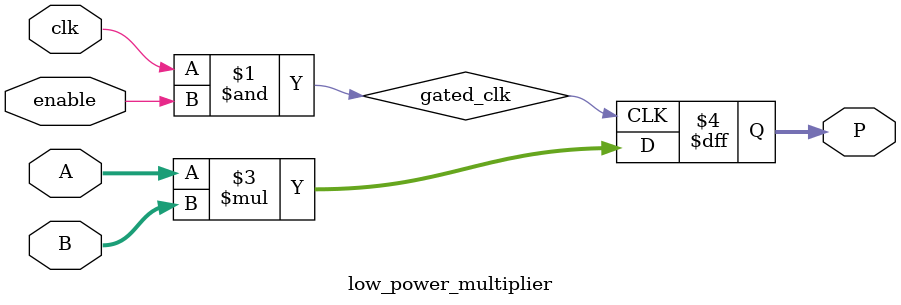
<source format=v>
module low_power_multiplier (
    input clk,           // Clock input
    input enable,        // AI-controlled clock gating
    input [7:0] A, B,    // 8-bit inputs
    output reg [15:0] P  // 16-bit product output
);
    wire gated_clk;
    assign gated_clk = clk & enable;  // Multiplier runs only when enabled
    always @(posedge gated_clk) begin
        P <= A * B;  // Multiplication operation
    end
endmodule

</source>
